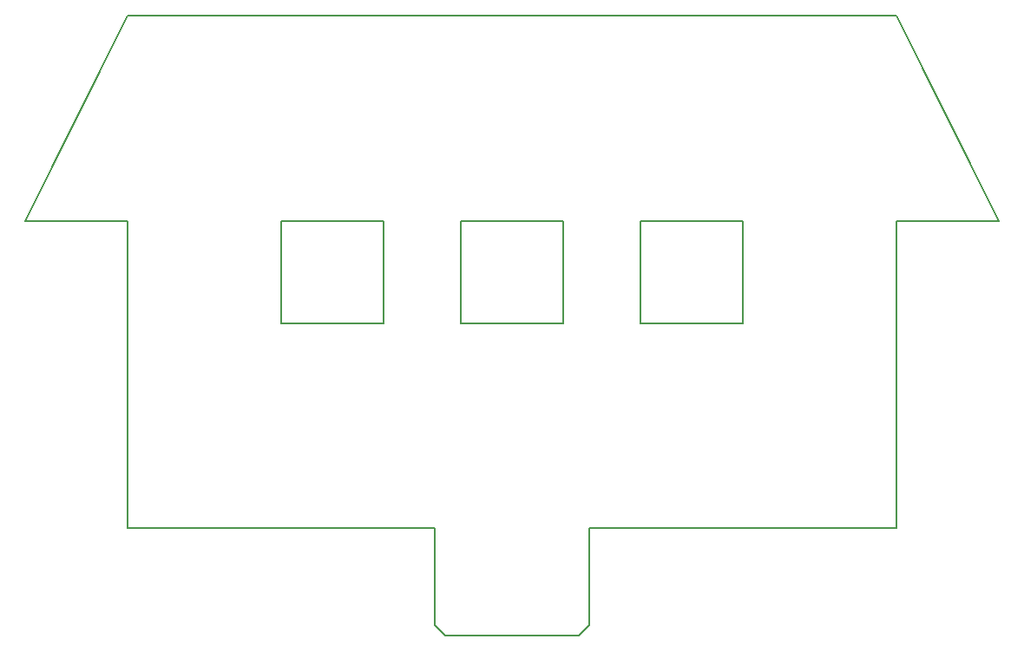
<source format=gm1>
G04 #@! TF.GenerationSoftware,KiCad,Pcbnew,(5.0.2)-1*
G04 #@! TF.CreationDate,2020-02-29T00:21:09+09:00*
G04 #@! TF.ProjectId,House,486f7573-652e-46b6-9963-61645f706362,rev?*
G04 #@! TF.SameCoordinates,Original*
G04 #@! TF.FileFunction,Profile,NP*
%FSLAX46Y46*%
G04 Gerber Fmt 4.6, Leading zero omitted, Abs format (unit mm)*
G04 Created by KiCad (PCBNEW (5.0.2)-1) date 2020/02/29 0:21:09*
%MOMM*%
%LPD*%
G01*
G04 APERTURE LIST*
%ADD10C,0.150000*%
%ADD11C,0.200000*%
G04 APERTURE END LIST*
D10*
X155000000Y-100000000D02*
X185000000Y-100000000D01*
X152500000Y-80000000D02*
X142500000Y-80000000D01*
X152500000Y-70000000D02*
X152500000Y-80000000D01*
X142500000Y-70000000D02*
X152500000Y-70000000D01*
X142500000Y-80000000D02*
X142500000Y-70000000D01*
X160000000Y-70000000D02*
X170000000Y-70000000D01*
X160000000Y-80000000D02*
X160000000Y-70000000D01*
X170000000Y-80000000D02*
X160000000Y-80000000D01*
X170000000Y-70000000D02*
X170000000Y-80000000D01*
X125000000Y-80000000D02*
X125000000Y-70000000D01*
X135000000Y-80000000D02*
X125000000Y-80000000D01*
X135000000Y-70000000D02*
X135000000Y-80000000D01*
X125000000Y-70000000D02*
X135000000Y-70000000D01*
X100000000Y-70000000D02*
X110000000Y-50000000D01*
X110000000Y-70000000D02*
X100000000Y-70000000D01*
X110000000Y-100000000D02*
X110000000Y-70000000D01*
X185000000Y-50000000D02*
X110000000Y-50000000D01*
X185000000Y-50000000D02*
X195000000Y-70000000D01*
X185000000Y-70000000D02*
X195000000Y-70000000D01*
X185000000Y-100000000D02*
X185000000Y-70000000D01*
X110000000Y-100000000D02*
X140000000Y-100000000D01*
D11*
X154000000Y-110500000D02*
X155000000Y-109500000D01*
X141000000Y-110500000D02*
X140000000Y-109500000D01*
D10*
X140000000Y-100000000D02*
X140000000Y-109500000D01*
X155000000Y-100000000D02*
X155000000Y-109500000D01*
X141000000Y-110500000D02*
X154000000Y-110500000D01*
M02*

</source>
